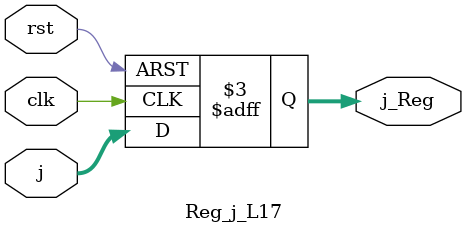
<source format=v>
module Reg_j_L17(j_Reg,clk,rst,j);
output reg [1:0] j_Reg;
input clk,rst;
input [1:0] j;

always @ (posedge clk or negedge rst)
	begin
		if (!rst ) 
			j_Reg<=0; 
		else  
			j_Reg<=j; 
	end
endmodule

</source>
